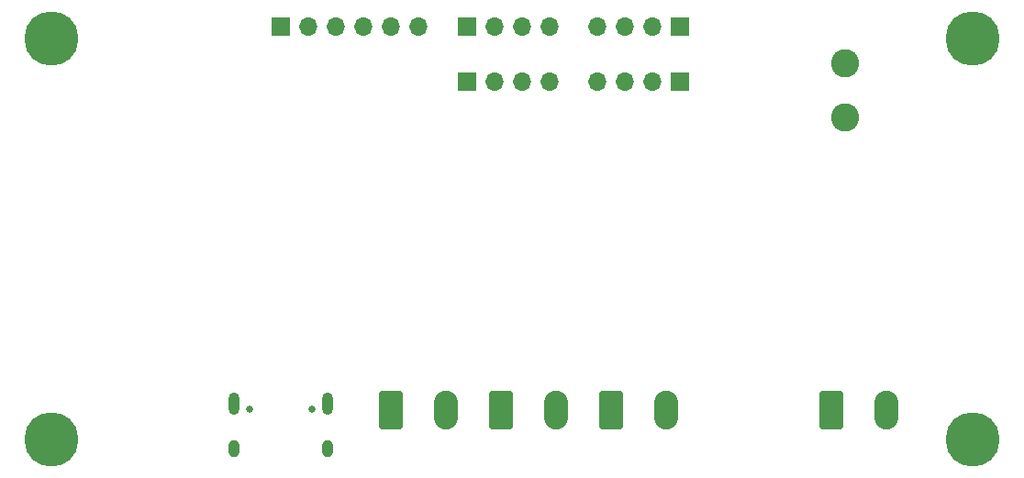
<source format=gbr>
%TF.GenerationSoftware,KiCad,Pcbnew,(6.0.7)*%
%TF.CreationDate,2022-11-03T14:23:06+01:00*%
%TF.ProjectId,opengeiger_ROUND,6f70656e-6765-4696-9765-725f524f554e,rev?*%
%TF.SameCoordinates,Original*%
%TF.FileFunction,Soldermask,Bot*%
%TF.FilePolarity,Negative*%
%FSLAX46Y46*%
G04 Gerber Fmt 4.6, Leading zero omitted, Abs format (unit mm)*
G04 Created by KiCad (PCBNEW (6.0.7)) date 2022-11-03 14:23:06*
%MOMM*%
%LPD*%
G01*
G04 APERTURE LIST*
G04 Aperture macros list*
%AMRoundRect*
0 Rectangle with rounded corners*
0 $1 Rounding radius*
0 $2 $3 $4 $5 $6 $7 $8 $9 X,Y pos of 4 corners*
0 Add a 4 corners polygon primitive as box body*
4,1,4,$2,$3,$4,$5,$6,$7,$8,$9,$2,$3,0*
0 Add four circle primitives for the rounded corners*
1,1,$1+$1,$2,$3*
1,1,$1+$1,$4,$5*
1,1,$1+$1,$6,$7*
1,1,$1+$1,$8,$9*
0 Add four rect primitives between the rounded corners*
20,1,$1+$1,$2,$3,$4,$5,0*
20,1,$1+$1,$4,$5,$6,$7,0*
20,1,$1+$1,$6,$7,$8,$9,0*
20,1,$1+$1,$8,$9,$2,$3,0*%
G04 Aperture macros list end*
%ADD10R,1.700000X1.700000*%
%ADD11O,1.700000X1.700000*%
%ADD12RoundRect,0.305556X-0.794444X-1.494444X0.794444X-1.494444X0.794444X1.494444X-0.794444X1.494444X0*%
%ADD13O,2.200000X3.600000*%
%ADD14C,5.000000*%
%ADD15C,0.650000*%
%ADD16O,1.000000X1.600000*%
%ADD17O,1.000000X2.100000*%
%ADD18C,2.600000*%
G04 APERTURE END LIST*
D10*
%TO.C,J9*%
X142850000Y-83000000D03*
D11*
X145390000Y-83000000D03*
X147930000Y-83000000D03*
X150470000Y-83000000D03*
%TD*%
D12*
%TO.C,J2*%
X156210000Y-113324000D03*
D13*
X161290000Y-113324000D03*
%TD*%
D12*
%TO.C,J7*%
X135890000Y-113324000D03*
D13*
X140970000Y-113324000D03*
%TD*%
D10*
%TO.C,J3*%
X125705000Y-77920000D03*
D11*
X128245000Y-77920000D03*
X130785000Y-77920000D03*
X133325000Y-77920000D03*
X135865000Y-77920000D03*
X138405000Y-77920000D03*
%TD*%
D14*
%TO.C,H3*%
X104535000Y-79000000D03*
%TD*%
D10*
%TO.C,J5*%
X162535000Y-77920000D03*
D11*
X159995000Y-77920000D03*
X157455000Y-77920000D03*
X154915000Y-77920000D03*
%TD*%
D15*
%TO.C,J8*%
X128595000Y-113210000D03*
X122815000Y-113210000D03*
D16*
X121385000Y-116860000D03*
D17*
X121385000Y-112680000D03*
X130025000Y-112680000D03*
D16*
X130025000Y-116860000D03*
%TD*%
D10*
%TO.C,J10*%
X162535000Y-83000000D03*
D11*
X159995000Y-83000000D03*
X157455000Y-83000000D03*
X154915000Y-83000000D03*
%TD*%
D12*
%TO.C,J1*%
X146050000Y-113324000D03*
D13*
X151130000Y-113324000D03*
%TD*%
D14*
%TO.C,H4*%
X189500000Y-116000000D03*
%TD*%
D18*
%TO.C,L2*%
X177800000Y-81280000D03*
X177800000Y-86280000D03*
%TD*%
D12*
%TO.C,J4*%
X176530000Y-113284000D03*
D13*
X181610000Y-113284000D03*
%TD*%
D14*
%TO.C,H1*%
X189500000Y-79000000D03*
%TD*%
%TO.C,H2*%
X104535000Y-116000000D03*
%TD*%
D10*
%TO.C,J6*%
X142850000Y-77920000D03*
D11*
X145390000Y-77920000D03*
X147930000Y-77920000D03*
X150470000Y-77920000D03*
%TD*%
M02*

</source>
